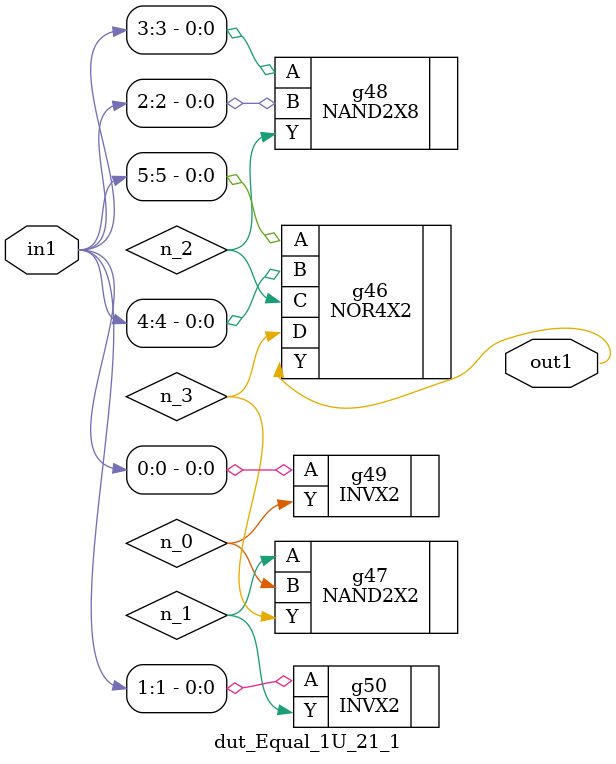
<source format=v>
`timescale 1ps / 1ps


module dut_Equal_1U_21_1(in1, out1);
  input [5:0] in1;
  output out1;
  wire [5:0] in1;
  wire out1;
  wire n_0, n_1, n_2, n_3;
  NOR4X2 g46(.A (in1[5]), .B (in1[4]), .C (n_2), .D (n_3), .Y (out1));
  NAND2X2 g47(.A (n_1), .B (n_0), .Y (n_3));
  NAND2X8 g48(.A (in1[3]), .B (in1[2]), .Y (n_2));
  INVX2 g50(.A (in1[1]), .Y (n_1));
  INVX2 g49(.A (in1[0]), .Y (n_0));
endmodule



</source>
